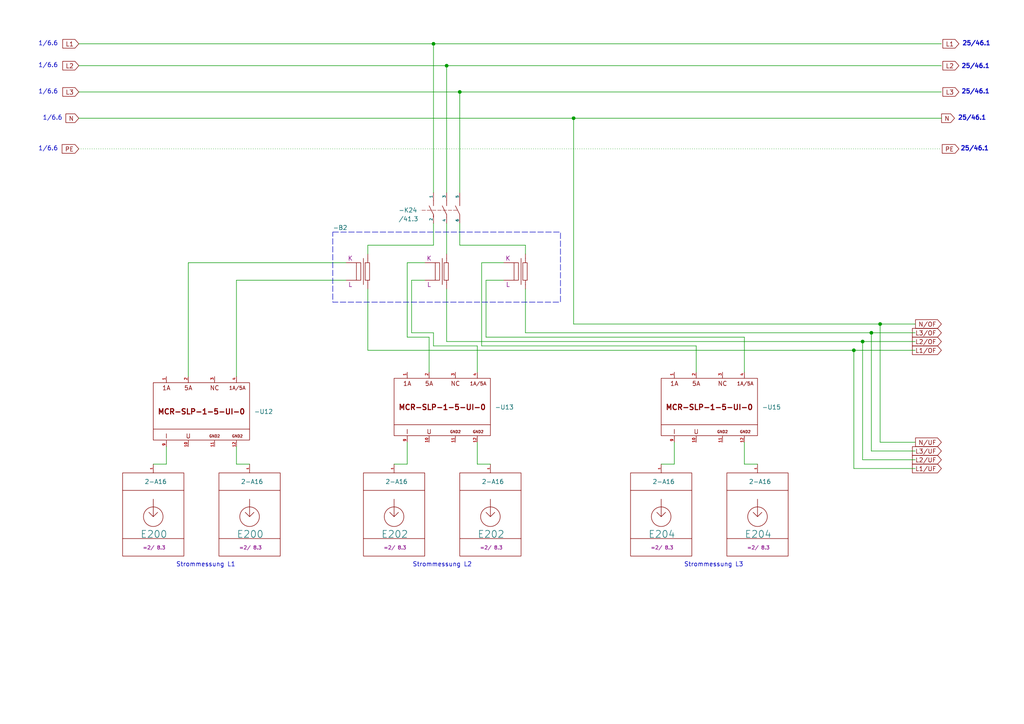
<source format=kicad_sch>
(kicad_sch (version 20250114) (generator "eeschema") (generator_version "9.0")
  (paper "A4")
  (title_block (comment 4 "20"))
  (lib_symbols
    (symbol "Spule_CT_(B)_1"
      (property "Reference" "-B" (at -3.81 5.588 0))
      (symbol "Spule_CT_(B)_1_0_1"
        (polyline (pts (xy 0 3.81) (xy 0 -3.81)))
        (rectangle (start 1.778 -2.54) (end 1.778 -2.54))
        (rectangle (start 1.778 -2.54) (end 1.778 -2.54))
      )
      (symbol "Spule_CT_(B)_1_1_1"
        (rectangle (start -2.032 2.54) (end -0.762 -2.54) (fill (type color)))
        (polyline (pts (xy -2.032 2.54) (xy -3.81 2.54)))
        (polyline (pts (xy -2.032 -2.54) (xy -3.81 -2.54)))
        (rectangle (start 0.508 2.54) (end 1.778 -2.54) (fill (type color)))
        (polyline (pts (xy 1.27 2.54) (xy 1.27 3.81)))
        (polyline (pts (xy 1.27 -2.54) (xy 1.27 -3.81)))
        (pin passive line (at -5.08 2.54 0) (length 1.27) (name "") (number ""))
        (pin passive line (at -5.08 -2.54 0) (length 1.27) (name "") (number ""))
        (pin passive line (at 1.27 5.08 270) (length 1.27) (name "") (number ""))
        (pin passive line (at 1.27 -5.08 90) (length 1.27) (name "") (number ""))
      )
    )
    (symbol "Spule_CT_(B)_2"
      (property "Reference" "-B" (at -3.81 5.588 0))
      (symbol "Spule_CT_(B)_2_0_1"
        (polyline (pts (xy 0 3.81) (xy 0 -3.81)))
        (rectangle (start 1.778 -2.54) (end 1.778 -2.54))
        (rectangle (start 1.778 -2.54) (end 1.778 -2.54))
      )
      (symbol "Spule_CT_(B)_2_1_1"
        (rectangle (start -2.032 2.54) (end -0.762 -2.54) (fill (type color)))
        (polyline (pts (xy -2.032 2.54) (xy -3.81 2.54)))
        (polyline (pts (xy -2.032 -2.54) (xy -3.81 -2.54)))
        (rectangle (start 0.508 2.54) (end 1.778 -2.54) (fill (type color)))
        (polyline (pts (xy 1.27 2.54) (xy 1.27 3.81)))
        (polyline (pts (xy 1.27 -2.54) (xy 1.27 -3.81)))
        (pin passive line (at -5.08 2.54 0) (length 1.27) (name "") (number ""))
        (pin passive line (at -5.08 -2.54 0) (length 1.27) (name "") (number ""))
        (pin passive line (at 1.27 5.08 270) (length 1.27) (name "") (number ""))
        (pin passive line (at 1.27 -5.08 90) (length 1.27) (name "") (number ""))
      )
    )
    (symbol "devices:MCR-SLP-1-5-UI-0_(U)" (pin_names (offset 0) (hide yes)) (on_board no)
      (property "Reference" "-U" (at -19.558 9.144 0))
      (symbol "MCR-SLP-1-5-UI-0_(U)_0_1"
        (rectangle (start -13.97 8.382) (end 13.9699 -8.2549))
        (polyline (pts (xy -13.97 -5.08) (xy 13.97 -5.08)))
        (polyline (pts (xy -10.16 8.89) (xy -10.16 8.382)))
        (polyline (pts (xy -10.16 -8.89) (xy -10.16 -8.382)))
        (polyline (pts (xy -3.81 8.89) (xy -3.81 8.382)))
        (polyline (pts (xy -3.81 -8.89) (xy -3.81 -8.382)))
        (polyline (pts (xy 3.81 8.89) (xy 3.81 8.382)))
        (polyline (pts (xy 3.81 -8.89) (xy 3.81 -8.382)))
        (polyline (pts (xy 10.16 8.89) (xy 10.16 8.382)))
        (polyline (pts (xy 10.16 -8.89) (xy 10.16 -8.382)))
      )
      (symbol "MCR-SLP-1-5-UI-0_(U)_1_1"
        (text "1A" (at -10.16 6.858 0) (effects (font (size 1.27 1.27))))
        (text "I" (at -10.16 -7.112 0) (effects (font (size 1.27 1.27))))
        (text "5A" (at -3.81 6.858 0) (effects (font (size 1.27 1.27))))
        (text "U" (at -3.81 -7.112 0) (effects (font (size 1.27 1.27))))
        (text "MCR-SLP-1-5-UI-0" (at 0 0 0) (effects (font (size 1.524 1.524) (thickness 0.3048) (bold yes))))
        (text "NC" (at 3.81 6.858 0) (effects (font (size 1.27 1.27))))
        (text "GND2" (at 3.81 -7.112 0) (effects (font (size 0.762 0.762))))
        (text "1A/5A" (at 10.414 6.858 0) (effects (font (size 1.016 1.016))))
        (text "GND2" (at 10.414 -7.112 0) (effects (font (size 0.762 0.762))))
        (pin passive line (at -10.16 10.16 270) (length 1.27) (name "1A") (number "1"))
        (pin passive line (at -10.16 -10.16 90) (length 1.27) (name "I") (number "9"))
        (pin passive line (at -3.81 10.16 270) (length 1.27) (name "5A") (number "2"))
        (pin passive line (at -3.81 -10.16 90) (length 1.27) (name "U") (number "10"))
        (pin passive line (at 3.81 10.16 270) (length 1.27) (name "NC") (number "3"))
        (pin passive line (at 3.81 -10.16 90) (length 1.27) (name "GND2") (number "11"))
        (pin passive line (at 10.16 10.16 270) (length 1.27) (name "1A/5A") (number "4"))
        (pin passive line (at 10.16 -10.16 90) (length 1.27) (name "GND2") (number "12"))
      )
    )
    (symbol "standart:PLC_IN_(E)" (on_board no)
      (property "Reference" "-E" (at -6.35 10.16 0))
      (property "Target" "=Gruppe/ Seite.Pfad" (at 0.254 -8.382 0))
      (symbol "PLC_IN_(E)_0_1"
        (rectangle (start -8.89 12.7) (end 8.89 -11.43))
        (polyline (pts (xy -8.89 7.62) (xy 8.89 7.62)))
        (polyline (pts (xy -8.89 -6.35) (xy 8.89 -6.35)))
        (polyline (pts (xy 0 5.08) (xy 0 0) (xy 1.27 1.27) (xy 0 0) (xy -1.27 1.27)))
        (circle (center 0 0) (radius 2.8398))
      )
      (symbol "PLC_IN_(E)_1_1"
        (pin input line (at 0 15.24 270) (length 2.54) (name "") (number "1"))
      )
    )
    (symbol "standart:Relais_(K)_NO_Allpolig" (pin_numbers (hide yes)) (pin_names (offset 0))
      (property "Reference" "-K" (at -4.318 4.318 0))
      (symbol "Relais_(K)_NO_Allpolig_0_1"
        (polyline (pts (xy 0 1.27) (xy 0 1.27)))
        (polyline (pts (xy 0 -1.27) (xy -1.27 1.27)))
        (polyline (pts (xy 0 -1.27) (xy 0 -2.032)))
        (polyline (pts (xy 3.81 1.27) (xy 3.81 1.27)))
        (polyline (pts (xy 3.81 -1.27) (xy 2.54 1.27)))
        (polyline (pts (xy 3.81 -1.27) (xy 3.81 -2.032)))
        (polyline (pts (xy 7.62 1.27) (xy 7.62 1.27)))
        (polyline (pts (xy 7.62 -1.27) (xy 6.35 1.27)))
        (polyline (pts (xy 7.62 -1.27) (xy 7.62 -2.032)))
      )
      (symbol "Relais_(K)_NO_Allpolig_1_1"
        (polyline (pts (xy 0 2.794) (xy 0 1.27)))
        (polyline (pts (xy 3.81 2.794) (xy 3.81 1.27)))
        (polyline (pts (xy 6.858 0) (xy -3.81 0)) (stroke (width 0.1016) (type dash)))
        (polyline (pts (xy 7.62 2.794) (xy 7.62 1.27)))
        (pin passive line (at 0 5.08 270) (length 2.286) (name "1") (number "1"))
        (pin passive line (at 0 -3.81 90) (length 2.286) (name "2") (number "2"))
        (pin passive line (at 3.81 5.08 270) (length 2.286) (name "3") (number "3"))
        (pin passive line (at 3.81 -3.81 90) (length 1.778) (name "4") (number "4"))
        (pin passive line (at 7.62 5.08 270) (length 2.286) (name "5") (number "5"))
        (pin passive line (at 7.62 -3.81 90) (length 1.778) (name "6") (number "6"))
      )
    )
    (symbol "standart:Spule_CT_(B)"
      (property "Reference" "-B" (at -3.81 5.588 0))
      (symbol "Spule_CT_(B)_0_1"
        (polyline (pts (xy 0 3.81) (xy 0 -3.81)))
        (rectangle (start 1.778 -2.54) (end 1.778 -2.54))
        (rectangle (start 1.778 -2.54) (end 1.778 -2.54))
      )
      (symbol "Spule_CT_(B)_1_1"
        (rectangle (start -2.032 2.54) (end -0.762 -2.54) (fill (type color)))
        (polyline (pts (xy -2.032 2.54) (xy -3.81 2.54)))
        (polyline (pts (xy -2.032 -2.54) (xy -3.81 -2.54)))
        (rectangle (start 0.508 2.54) (end 1.778 -2.54) (fill (type color)))
        (polyline (pts (xy 1.27 2.54) (xy 1.27 3.81)))
        (polyline (pts (xy 1.27 -2.54) (xy 1.27 -3.81)))
        (pin passive line (at -5.08 2.54 0) (length 1.27) (name "") (number ""))
        (pin passive line (at -5.08 -2.54 0) (length 1.27) (name "") (number ""))
        (pin passive line (at 1.27 5.08 270) (length 1.27) (name "") (number ""))
        (pin passive line (at 1.27 -5.08 90) (length 1.27) (name "") (number ""))
      )
    )
  )
  (rectangle (start 96.52 67.31) (end 162.56 87.63) (stroke (width 0) (type dash)))
  (text "Strommessung L3" (at 207.01 163.83 0) (effects (font (size 1.27 1.27))))
  (text "25/46.1" (at 282.702 43.18 0) (effects (font (size 1.27 1.27) (thickness 0.254) (bold yes))))
  (text "25/46.1" (at 282.956 19.304 0) (effects (font (size 1.27 1.27) (thickness 0.254) (bold yes))))
  (text "1/6.6" (at 15.24 34.29 0) (effects (font (size 1.27 1.27))))
  (text "1/6.6" (at 13.97 43.18 0) (effects (font (size 1.27 1.27))))
  (text "25/46.1" (at 282.956 26.67 0) (effects (font (size 1.27 1.27) (thickness 0.254) (bold yes))))
  (text "Strommessung L2" (at 128.27 163.83 0) (effects (font (size 1.27 1.27))))
  (text "1/6.6" (at 13.97 26.67 0) (effects (font (size 1.27 1.27))))
  (text "1/6.6" (at 13.97 19.05 0) (effects (font (size 1.27 1.27))))
  (text "Strommessung L1" (at 59.69 163.83 0) (effects (font (size 1.27 1.27))))
  (text "25/46.1" (at 283.21 12.7 0) (effects (font (size 1.27 1.27) (thickness 0.254) (bold yes))))
  (text "25/46.1" (at 281.94 34.29 0) (effects (font (size 1.27 1.27) (thickness 0.254) (bold yes))))
  (text "1/6.6" (at 13.97 12.7 0) (effects (font (size 1.27 1.27))))
  (junction (at 250.19 99.06))
  (junction (at 125.73 12.7))
  (junction (at 133.35 26.67))
  (junction (at 252.73 96.52))
  (junction (at 255.27 93.98))
  (junction (at 129.54 19.05))
  (junction (at 247.65 101.6))
  (junction (at 166.37 34.29))
  (wire (pts (xy 54.61 76.2) (xy 100.33 76.2)))
  (wire (pts (xy 255.27 93.98) (xy 255.27 128.27)))
  (wire (pts (xy 118.11 97.79) (xy 124.46 97.79)))
  (wire (pts (xy 22.86 19.05) (xy 129.54 19.05)))
  (wire (pts (xy 195.58 128.27) (xy 195.58 134.62)))
  (wire (pts (xy 250.19 99.06) (xy 265.43 99.06)))
  (wire (pts (xy 138.43 128.27) (xy 138.43 134.62)))
  (wire (pts (xy 140.97 81.28) (xy 146.05 81.28)))
  (wire (pts (xy 124.46 97.79) (xy 124.46 107.95)))
  (wire (pts (xy 106.68 83.82) (xy 106.68 101.6)))
  (wire (pts (xy 106.68 101.6) (xy 247.65 101.6)))
  (wire (pts (xy 119.38 81.28) (xy 123.19 81.28)))
  (wire (pts (xy 247.65 135.89) (xy 265.43 135.89)))
  (wire (pts (xy 191.77 134.62) (xy 195.58 134.62)))
  (wire (pts (xy 129.54 19.05) (xy 273.05 19.05)))
  (wire (pts (xy 166.37 34.29) (xy 166.37 93.98)))
  (wire (pts (xy 252.73 130.81) (xy 265.43 130.81)))
  (wire (pts (xy 118.11 128.27) (xy 118.11 134.62)))
  (wire (pts (xy 166.37 34.29) (xy 273.05 34.29)))
  (wire (pts (xy 106.68 71.12) (xy 106.68 73.66)))
  (wire (pts (xy 54.61 76.2) (xy 54.61 109.22)))
  (wire (pts (xy 215.9 128.27) (xy 215.9 134.62)))
  (wire (pts (xy 125.73 12.7) (xy 125.73 55.88)))
  (wire (pts (xy 166.37 93.98) (xy 255.27 93.98)))
  (wire (pts (xy 133.35 64.77) (xy 133.35 71.12)))
  (wire (pts (xy 138.43 100.33) (xy 138.43 107.95)))
  (wire (pts (xy 140.97 97.79) (xy 215.9 97.79)))
  (wire (pts (xy 255.27 93.98) (xy 265.43 93.98)))
  (wire (pts (xy 119.38 81.28) (xy 119.38 96.52)))
  (wire (pts (xy 22.86 34.29) (xy 166.37 34.29)))
  (wire (pts (xy 250.19 133.35) (xy 265.43 133.35)))
  (wire (pts (xy 119.38 96.52) (xy 125.73 96.52)))
  (wire (pts (xy 152.4 96.52) (xy 252.73 96.52)))
  (wire (pts (xy 139.7 100.33) (xy 201.93 100.33)))
  (wire (pts (xy 215.9 97.79) (xy 215.9 107.95)))
  (wire (pts (xy 247.65 101.6) (xy 265.43 101.6)))
  (wire (pts (xy 125.73 96.52) (xy 125.73 100.33)))
  (wire (pts (xy 133.35 26.67) (xy 273.05 26.67)))
  (wire (pts (xy 118.11 76.2) (xy 123.19 76.2)))
  (wire (pts (xy 252.73 96.52) (xy 252.73 130.81)))
  (wire (pts (xy 114.3 134.62) (xy 118.11 134.62)))
  (wire (pts (xy 247.65 101.6) (xy 247.65 135.89)))
  (wire (pts (xy 139.7 76.2) (xy 146.05 76.2)))
  (wire (pts (xy 68.58 129.54) (xy 68.58 134.62)))
  (wire (pts (xy 252.73 96.52) (xy 265.43 96.52)))
  (wire (pts (xy 138.43 134.62) (xy 142.24 134.62)))
  (wire (pts (xy 129.54 19.05) (xy 129.54 55.88)))
  (wire (pts (xy 22.86 12.7) (xy 125.73 12.7)))
  (wire (pts (xy 125.73 12.7) (xy 273.05 12.7)))
  (wire (pts (xy 22.86 26.67) (xy 133.35 26.67)))
  (wire (pts (xy 118.11 76.2) (xy 118.11 97.79)))
  (wire (pts (xy 250.19 99.06) (xy 250.19 133.35)))
  (wire (pts (xy 133.35 26.67) (xy 133.35 55.88)))
  (wire (pts (xy 139.7 76.2) (xy 139.7 100.33)))
  (wire (pts (xy 48.26 129.54) (xy 48.26 134.62)))
  (wire (pts (xy 22.86 43.18) (xy 273.05 43.18)) (stroke (width 0) (type dot)))
  (wire (pts (xy 133.35 71.12) (xy 152.4 71.12)))
  (wire (pts (xy 125.73 64.77) (xy 125.73 71.12)))
  (wire (pts (xy 129.54 99.06) (xy 250.19 99.06)))
  (wire (pts (xy 44.45 134.62) (xy 48.26 134.62)))
  (wire (pts (xy 68.58 81.28) (xy 68.58 109.22)))
  (wire (pts (xy 125.73 100.33) (xy 138.43 100.33)))
  (wire (pts (xy 201.93 100.33) (xy 201.93 107.95)))
  (wire (pts (xy 140.97 81.28) (xy 140.97 97.79)))
  (wire (pts (xy 68.58 81.28) (xy 100.33 81.28)))
  (wire (pts (xy 129.54 64.77) (xy 129.54 73.66)))
  (wire (pts (xy 215.9 134.62) (xy 219.71 134.62)))
  (wire (pts (xy 152.4 83.82) (xy 152.4 96.52)))
  (wire (pts (xy 106.68 71.12) (xy 125.73 71.12)))
  (wire (pts (xy 68.58 134.62) (xy 72.39 134.62)))
  (wire (pts (xy 129.54 83.82) (xy 129.54 99.06)))
  (wire (pts (xy 255.27 128.27) (xy 265.43 128.27)))
  (wire (pts (xy 152.4 71.12) (xy 152.4 73.66)))
  (global_label "L2{slash}UF" (shape input) (at 273.05 133.35 180) (property "Intersheetrefs" "${INTERSHEET_REFS}" (effects (hide yes))))
  (global_label "L1" (shape input) (at 278.13 12.7 180) (property "Intersheetrefs" "${INTERSHEET_REFS}" (effects (hide yes))))
  (global_label "L1{slash}UF" (shape input) (at 273.05 135.89 180) (property "Intersheetrefs" "${INTERSHEET_REFS}" (effects (hide yes))))
  (global_label "L3" (shape input) (at 278.13 26.67 180) (property "Intersheetrefs" "${INTERSHEET_REFS}" (effects (hide yes))))
  (global_label "PE" (shape input) (at 278.13 43.18 180) (property "Intersheetrefs" "${INTERSHEET_REFS}" (effects (hide yes))))
  (global_label "N" (shape input) (at 276.86 34.29 180) (property "Intersheetrefs" "${INTERSHEET_REFS}" (effects (hide yes))))
  (global_label "L3{slash}UF" (shape input) (at 273.05 130.81 180) (property "Intersheetrefs" "${INTERSHEET_REFS}" (effects (hide yes))))
  (global_label "L2" (shape input) (at 278.13 19.05 180) (property "Intersheetrefs" "${INTERSHEET_REFS}" (effects (hide yes))))
  (global_label "L2" (shape input) (at 22.86 19.05 180) (property "Intersheetrefs" "${INTERSHEET_REFS}" (effects (hide yes))))
  (global_label "N{slash}UF" (shape input) (at 273.05 128.27 180) (property "Intersheetrefs" "${INTERSHEET_REFS}" (effects (hide yes))))
  (global_label "N" (shape input) (at 22.86 34.29 180) (property "Intersheetrefs" "${INTERSHEET_REFS}" (effects (hide yes))))
  (global_label "N{slash}OF" (shape input) (at 273.05 93.98 180) (property "Intersheetrefs" "${INTERSHEET_REFS}" (effects (hide yes))))
  (global_label "L2{slash}OF" (shape input) (at 273.05 99.06 180) (property "Intersheetrefs" "${INTERSHEET_REFS}" (effects (hide yes))))
  (global_label "L3{slash}OF" (shape input) (at 273.05 96.52 180) (property "Intersheetrefs" "${INTERSHEET_REFS}" (effects (hide yes))))
  (global_label "L1" (shape input) (at 22.86 12.7 180) (property "Intersheetrefs" "${INTERSHEET_REFS}" (effects (hide yes))))
  (global_label "L3" (shape input) (at 22.86 26.67 180) (property "Intersheetrefs" "${INTERSHEET_REFS}" (effects (hide yes))))
  (global_label "PE" (shape input) (at 22.86 43.18 180) (property "Intersheetrefs" "${INTERSHEET_REFS}" (effects (hide yes))))
  (global_label "L1{slash}OF" (shape input) (at 273.05 101.6 180) (property "Intersheetrefs" "${INTERSHEET_REFS}" (effects (hide yes))))
  (symbol (lib_id "standart:PLC_IN_(E)") (at 219.71 149.86 0) (unit 1) (on_board no)
    (property "Reference" "E204" (at 215.9 154.94 0) (effects (font (size 2.032 2.032)) (justify left)))
    (property "Value" "2-A16" (at 217.17 139.7 0) (effects (justify left)))
    (property "Target" "=2/ 8.3" (at 219.964 158.242 0) (effects (font (size 1.016 1.016)) (justify top)))
  )
  (symbol (lib_id "devices:MCR-SLP-1-5-UI-0_(U)") (at 58.42 119.38 0) (unit 1) (on_board no)
    (property "Reference" "-U12" (at 73.66 119.3799 0) (effects (justify left)))
    (property "Description" "MCR-SLP-1-5-UI-0" (effects (hide yes)))
  )
  (symbol (lib_id "standart:Relais_(K)_NO_Allpolig") (at 125.73 60.96 0) (unit 1)
    (property "Reference" "-K24" (at 115.57 60.96 0) (effects (justify left)))
    (property "Value" "/41.3" (at 115.57 63.5 0) (effects (justify left)))
  )
  (symbol (lib_id "standart:PLC_IN_(E)") (at 72.39 149.86 0) (unit 1) (on_board no)
    (property "Reference" "E200" (at 68.58 154.94 0) (effects (font (size 2.032 2.032)) (justify left)))
    (property "Value" "2-A16" (at 69.85 139.7 0) (effects (justify left)))
    (property "Target" "=2/ 8.3" (at 72.644 158.242 0) (effects (font (size 1.016 1.016)) (justify top)))
  )
  (symbol (lib_name "Spule_CT_(B)_1") (lib_id "standart:Spule_CT_(B)") (at 128.27 78.74 0) (unit 1)
    (property "Reference" "-B3" (effects (hide yes)))
    (property "Footprint" "K" (at 124.46 74.93 0))
    (property "Datasheet" "L" (at 124.46 82.55 0))
  )
  (symbol (lib_id "standart:PLC_IN_(E)") (at 44.45 149.86 0) (unit 1) (on_board no)
    (property "Reference" "E200" (at 40.64 154.94 0) (effects (font (size 2.032 2.032)) (justify left)))
    (property "Value" "2-A16" (at 41.91 139.7 0) (effects (justify left)))
    (property "Target" "=2/ 8.3" (at 44.704 158.242 0) (effects (font (size 1.016 1.016)) (justify top)))
  )
  (symbol (lib_id "standart:PLC_IN_(E)") (at 142.24 149.86 0) (unit 1) (on_board no)
    (property "Reference" "E202" (at 138.43 154.94 0) (effects (font (size 2.032 2.032)) (justify left)))
    (property "Value" "2-A16" (at 139.7 139.7 0) (effects (justify left)))
    (property "Target" "=2/ 8.3" (at 142.494 158.242 0) (effects (font (size 1.016 1.016)) (justify top)))
  )
  (symbol (lib_id "standart:PLC_IN_(E)") (at 191.77 149.86 0) (unit 1) (on_board no)
    (property "Reference" "E204" (at 187.96 154.94 0) (effects (font (size 2.032 2.032)) (justify left)))
    (property "Value" "2-A16" (at 189.23 139.7 0) (effects (justify left)))
    (property "Target" "=2/ 8.3" (at 192.024 158.242 0) (effects (font (size 1.016 1.016)) (justify top)))
  )
  (symbol (lib_name "Spule_CT_(B)_2") (lib_id "standart:Spule_CT_(B)") (at 151.13 78.74 0) (unit 1)
    (property "Reference" "-B4" (effects (hide yes)))
    (property "Footprint" "K" (at 147.32 74.93 0))
    (property "Datasheet" "L" (at 147.32 82.55 0))
  )
  (symbol (lib_id "standart:Spule_CT_(B)") (at 105.41 78.74 0) (unit 1)
    (property "Reference" "-B2" (at 96.52 66.04 0) (effects (justify left)))
    (property "Footprint" "K" (at 101.6 74.93 0))
    (property "Datasheet" "L" (at 101.6 82.55 0))
  )
  (symbol (lib_id "standart:PLC_IN_(E)") (at 114.3 149.86 0) (unit 1) (on_board no)
    (property "Reference" "E202" (at 110.49 154.94 0) (effects (font (size 2.032 2.032)) (justify left)))
    (property "Value" "2-A16" (at 111.76 139.7 0) (effects (justify left)))
    (property "Target" "=2/ 8.3" (at 114.554 158.242 0) (effects (font (size 1.016 1.016)) (justify top)))
  )
  (symbol (lib_id "devices:MCR-SLP-1-5-UI-0_(U)") (at 128.27 118.11 0) (unit 1) (on_board no)
    (property "Reference" "-U13" (at 143.51 118.1099 0) (effects (justify left)))
    (property "Description" "MCR-SLP-1-5-UI-0" (effects (hide yes)))
  )
  (symbol (lib_id "devices:MCR-SLP-1-5-UI-0_(U)") (at 205.74 118.11 0) (unit 1) (on_board no)
    (property "Reference" "-U15" (at 220.98 118.1099 0) (effects (justify left)))
    (property "Description" "MCR-SLP-1-5-UI-0" (effects (hide yes)))
  )
  (sheet (at 1.524 260.604) (size 320.04 210.82) (stroke (width 0.1524))
    (property "Sheetname" "Leistung Unterform RK 1+2+3" (at 1.524 259.8924 0) (effects (justify left bottom)))
    (property "Sheetfile" "Leistung Unterform RK 1+2+3.kicad_sch" (at 1.524 472.0086 0) (effects (justify left top)))
  )
  (sheet (at 354.33 267.97) (size 325.12 209.55) (stroke (width 0.1524))
    (property "Sheetname" "Wasserbehälter Leistung" (at 354.33 267.2584 0) (effects (justify left bottom)))
    (property "Sheetfile" "Wasserbehälter Leistung.kicad_sch" (at 354.33 478.1046 0) (effects (justify left top)))
  )
  (sheet (at 322.58 0) (size 341.63 209.55) (stroke (width 0.1524))
    (property "Sheetname" "Ansteuer.Heizungsnotschütz" (at 322.58 -0.7116 0) (effects (justify left bottom)))
    (property "Sheetfile" "Ansteuer.Heizungsnotschütz.kicad_sch" (at 322.58 210.1346 0) (effects (justify left top)))
  )
  (sheet (at 1048.258 4.064) (size 298.45 210.82) (stroke (width 0.1524))
    (property "Sheetname" "Temp .Messung unterform" (at 1048.258 3.3524 0) (effects (justify left bottom)))
    (property "Sheetfile" "Temp .Messung unterform.kicad_sch" (at 1048.258 215.4686 0) (effects (justify left top)))
  )
  (sheet (at 1391.92 5.588) (size 331.47 210.82) (stroke (width 0.1524))
    (property "Sheetname" "Leistung Oberfurm RK1+2+3" (at 1391.92 4.8764 0) (effects (justify left bottom)))
    (property "Sheetfile" "Leistung Oberfurm RK1+2.kicad_sch" (at 1391.92 216.9926 0) (effects (justify left top)))
  )
  (sheet (at 692.404 1.016) (size 330.2 210.82) (stroke (width 0.1524))
    (property "Sheetname" "Temp .Messung Oberform" (at 692.404 0.3044 0) (effects (justify left bottom)))
    (property "Sheetfile" "Temp .Messung Oberform.kicad_sch" (at 692.404 212.4206 0) (effects (justify left top)))
  )
)
</source>
